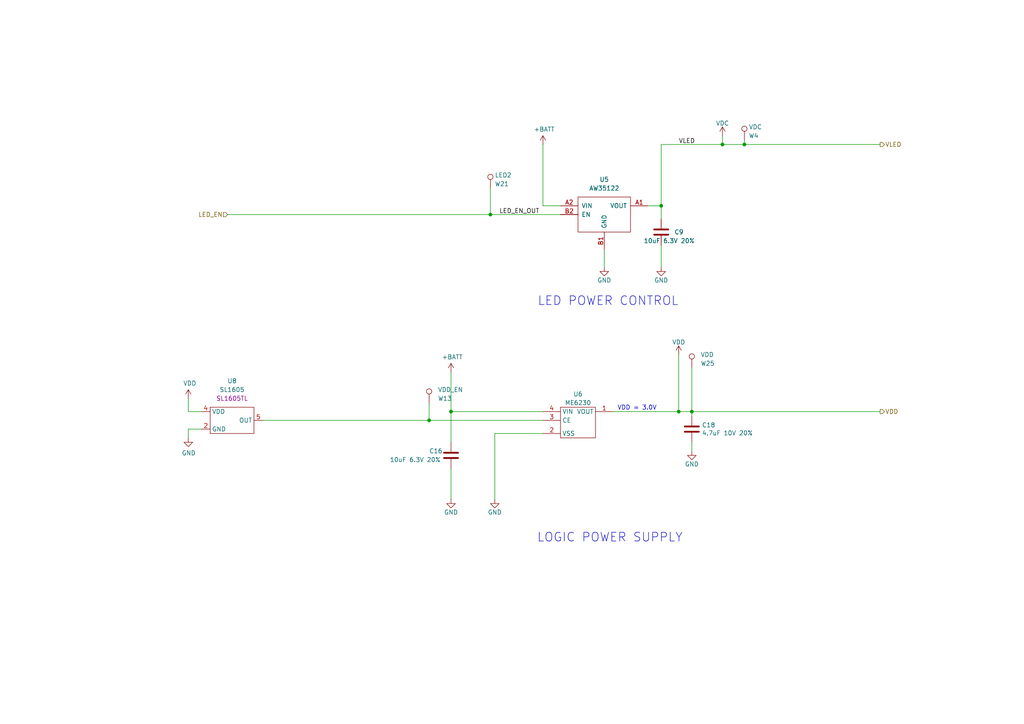
<source format=kicad_sch>
(kicad_sch (version 20250114) (generator "eeschema") (generator_version "9.0")
  (paper "A4")
  (title_block (title "Pixels D20 Schematic, Main") (date "2022-08-26") (rev "13") (company "Systemic Games, LLC") (comment 1 "Power Regulation"))
  (lib_symbols
    (symbol "Device:C" (pin_numbers (hide yes)) (pin_names (offset 0.254))
      (property "Reference" "C" (at 0.635 2.54 0))
      (property "Value" "C" (at 0.635 -2.54 0))
      (symbol "C_0_1"
        (polyline (pts (xy -2.032 0.762) (xy 2.032 0.762)) (stroke (width 0.508)))
        (polyline (pts (xy -2.032 -0.762) (xy 2.032 -0.762)) (stroke (width 0.508)))
      )
      (symbol "C_1_1"
        (pin passive line (at 0 3.81 270) (length 2.794) (name "~") (number "1"))
        (pin passive line (at 0 -3.81 90) (length 2.794) (name "~") (number "2"))
      )
    )
    (symbol "Pixels-dice:AW35122" (pin_names (offset 1.016))
      (property "Reference" "U" (at 6.35 -6.35 0))
      (property "Value" "AW35122" (at 0 6.35 0))
      (symbol "AW35122_0_1"
        (rectangle (start -7.62 5.08) (end 7.62 -5.08))
      )
      (symbol "AW35122_1_1"
        (pin power_in line (at -12.7 2.54 0) (length 5.08) (name "VIN") (number "A2"))
        (pin input line (at -12.7 0 0) (length 5.08) (name "EN") (number "B2"))
        (pin power_in line (at 0 -10.16 90) (length 5.08) (name "GND") (number "B1"))
        (pin power_out line (at 12.7 2.54 180) (length 5.08) (name "VOUT") (number "A1"))
      )
    )
    (symbol "Pixels-dice:ME6230-FBP1*1-4"
      (property "Reference" "U" (at 1.778 -6.604 0))
      (symbol "ME6230-FBP1*1-4_0_1"
        (rectangle (start -5.08 3.81) (end 5.08 -5.08))
      )
      (symbol "ME6230-FBP1*1-4_1_1"
        (pin power_in line (at -10.16 2.54 0) (length 5.08) (name "VIN") (number "4"))
        (pin input line (at -10.16 0 0) (length 5.08) (name "CE") (number "3"))
        (pin power_in line (at -10.16 -3.81 0) (length 5.08) (name "VSS") (number "2"))
        (pin power_out line (at 10.16 2.54 180) (length 5.08) (name "VOUT") (number "1"))
      )
    )
    (symbol "Pixels-dice:SL1605"
      (property "Reference" "U" (at 4.064 -5.08 0))
      (property "Value" "SL1605" (at 0 5.588 0))
      (symbol "SL1605_0_1"
        (rectangle (start -6.35 3.81) (end 6.35 -3.81))
      )
      (symbol "SL1605_1_1"
        (pin power_in line (at -8.89 2.54 0) (length 2.54) (name "VDD") (number "4"))
        (pin power_in line (at -8.89 -2.54 0) (length 2.54) (name "GND") (number "2"))
        (pin output line (at 8.89 0 180) (length 2.54) (name "OUT") (number "5"))
      )
    )
    (symbol "Pixels-dice:TEST_1P-conn" (pin_numbers (hide yes)) (pin_names (offset 0.762) (hide yes))
      (property "Reference" "W" (at 0 6.858 0))
      (property "Value" "TEST_1P-conn" (at 0 5.08 0))
      (symbol "TEST_1P-conn_0_1"
        (circle (center 0 3.302) (radius 0.762))
      )
      (symbol "TEST_1P-conn_1_1"
        (pin passive line (at 0 0 90) (length 2.54) (name "1") (number "1"))
      )
    )
    (symbol "power:+BATT" (power) (pin_names (offset 0))
      (property "Value" "+BATT" (at 0 3.556 0))
      (symbol "+BATT_0_1"
        (polyline (pts (xy -0.762 1.27) (xy 0 2.54)))
        (polyline (pts (xy 0 2.54) (xy 0.762 1.27)))
        (polyline (pts (xy 0 0) (xy 0 2.54)))
      )
      (symbol "+BATT_1_1"
        (pin power_in line (at 0 0 90) (length 0) (hide yes) (name "+BATT") (number "1"))
      )
    )
    (symbol "power:GND" (power) (pin_names (offset 0))
      (property "Value" "GND" (at 0 -3.81 0))
      (symbol "GND_0_1"
        (polyline (pts (xy 0 0) (xy 0 -1.27) (xy 1.27 -1.27) (xy 0 -2.54) (xy -1.27 -1.27) (xy 0 -1.27)))
      )
      (symbol "GND_1_1"
        (pin power_in line (at 0 0 270) (length 0) (hide yes) (name "GND") (number "1"))
      )
    )
    (symbol "power:VDC" (power) (pin_names (offset 0))
      (property "Value" "VDC" (at 0 6.35 0))
      (symbol "VDC_0_1"
        (polyline (pts (xy -0.762 1.27) (xy 0 2.54)))
        (polyline (pts (xy 0 2.54) (xy 0.762 1.27)))
        (polyline (pts (xy 0 0) (xy 0 2.54)))
      )
      (symbol "VDC_1_1"
        (pin power_in line (at 0 0 90) (length 0) (hide yes) (name "VDC") (number "1"))
      )
    )
    (symbol "power:VDD" (power) (pin_names (offset 0))
      (property "Value" "VDD" (at 0 3.81 0))
      (symbol "VDD_0_1"
        (polyline (pts (xy -0.762 1.27) (xy 0 2.54)))
        (polyline (pts (xy 0 2.54) (xy 0.762 1.27)))
        (polyline (pts (xy 0 0) (xy 0 2.54)))
      )
      (symbol "VDD_1_1"
        (pin power_in line (at 0 0 90) (length 0) (hide yes) (name "VDD") (number "1"))
      )
    )
  )
  (text "LOGIC POWER SUPPLY" (at 198.12 157.48 0) (effects (font (size 2.54 2.54)) (justify right bottom)))
  (text "LED POWER CONTROL" (at 196.85 88.9 0) (effects (font (size 2.54 2.54)) (justify right bottom)))
  (text "VDD = 3.0V" (at 190.5 119.126 0) (effects (font (size 1.27 1.27)) (justify right bottom)))
  (junction (at 142.24 62.23))
  (junction (at 209.55 41.91))
  (junction (at 200.66 119.38))
  (junction (at 191.77 59.69))
  (junction (at 124.46 121.92))
  (junction (at 130.81 119.38))
  (junction (at 196.85 119.38))
  (junction (at 215.9 41.91))
  (wire (pts (xy 54.61 124.46) (xy 54.61 127)))
  (wire (pts (xy 200.66 119.38) (xy 200.66 120.65)))
  (wire (pts (xy 215.9 41.91) (xy 209.55 41.91)))
  (wire (pts (xy 130.81 107.95) (xy 130.81 119.38)))
  (wire (pts (xy 76.2 121.92) (xy 124.46 121.92)))
  (wire (pts (xy 124.46 116.84) (xy 124.46 121.92)))
  (wire (pts (xy 255.27 41.91) (xy 215.9 41.91)))
  (wire (pts (xy 175.26 72.39) (xy 175.26 77.47)))
  (wire (pts (xy 200.66 106.68) (xy 200.66 119.38)))
  (wire (pts (xy 66.04 62.23) (xy 142.24 62.23)))
  (wire (pts (xy 157.48 125.73) (xy 143.51 125.73)))
  (wire (pts (xy 196.85 102.87) (xy 196.85 119.38)))
  (wire (pts (xy 124.46 121.92) (xy 157.48 121.92)))
  (wire (pts (xy 200.66 119.38) (xy 255.27 119.38)))
  (wire (pts (xy 191.77 63.5) (xy 191.77 59.69)))
  (wire (pts (xy 209.55 41.91) (xy 191.77 41.91)))
  (wire (pts (xy 162.56 59.69) (xy 157.48 59.69)))
  (wire (pts (xy 143.51 125.73) (xy 143.51 144.78)))
  (wire (pts (xy 58.42 124.46) (xy 54.61 124.46)))
  (wire (pts (xy 142.24 62.23) (xy 162.56 62.23)))
  (wire (pts (xy 209.55 39.37) (xy 209.55 41.91)))
  (wire (pts (xy 54.61 119.38) (xy 58.42 119.38)))
  (wire (pts (xy 196.85 119.38) (xy 200.66 119.38)))
  (wire (pts (xy 187.96 59.69) (xy 191.77 59.69)))
  (wire (pts (xy 157.48 41.91) (xy 157.48 59.69)))
  (wire (pts (xy 200.66 128.27) (xy 200.66 130.81)))
  (wire (pts (xy 142.24 54.61) (xy 142.24 62.23)))
  (wire (pts (xy 54.61 115.57) (xy 54.61 119.38)))
  (wire (pts (xy 191.77 41.91) (xy 191.77 59.69)))
  (wire (pts (xy 130.81 119.38) (xy 157.48 119.38)))
  (wire (pts (xy 191.77 71.12) (xy 191.77 77.47)))
  (wire (pts (xy 130.81 119.38) (xy 130.81 128.27)))
  (wire (pts (xy 130.81 135.89) (xy 130.81 144.78)))
  (wire (pts (xy 215.9 40.64) (xy 215.9 41.91)))
  (wire (pts (xy 177.8 119.38) (xy 196.85 119.38)))
  (label "VLED" (at 196.85 41.91 0))
  (label "LED_EN_OUT" (at 144.78 62.23 0))
  (hierarchical_label "LED_EN" (shape input) (at 66.04 62.23 180))
  (hierarchical_label "VDD" (shape output) (at 255.27 119.38 0))
  (hierarchical_label "VLED" (shape output) (at 255.27 41.91 0))
  (symbol (lib_id "Pixels-dice:TEST_1P-conn") (at 142.24 54.61 0) (unit 1) (in_bom no)
    (property "Reference" "W21" (at 143.51 53.34 0) (effects (justify left)))
    (property "Value" "LED2" (at 143.51 50.8 0) (effects (justify left)))
    (property "Footprint" "Pixels-dice:TEST_PIN" (effects (hide yes)))
    (property "Generic OK" "N/A" (effects (hide yes)))
  )
  (symbol (lib_id "power:+BATT") (at 157.48 41.91 0) (unit 1)
    (property "Reference" "#PWR033" (effects (hide yes)))
    (property "Value" "+BATT" (at 157.861 37.5158 0))
  )
  (symbol (lib_id "Device:C") (at 200.66 124.46 0) (unit 1)
    (property "Reference" "C18" (at 203.581 123.2916 0) (effects (justify left)))
    (property "Value" "4.7uF 10V 20%" (at 203.581 125.603 0) (effects (justify left)))
    (property "Footprint" "Pixels-dice:C_0402_1005Metric" (effects (hide yes)))
    (property "Generic OK" "YES" (effects (hide yes)))
    (property "Manufacturer" "Murata" (effects (hide yes)))
    (property "Part Number" "GRM155R61A475MEAAJ" (effects (hide yes)))
    (property "Alternate Manufacturer" "Samsung Electro-Mechanics" (effects (hide yes)))
    (property "Alternate PN" "CL05A475MP5NRNC" (effects (hide yes)))
    (property "Alternate LCSC Part #" "C23733" (effects (hide yes)))
    (property "LCSC Part #" "C1849652" (effects (hide yes)))
  )
  (symbol (lib_id "power:GND") (at 200.66 130.81 0) (unit 1)
    (property "Reference" "#PWR028" (effects (hide yes)))
    (property "Value" "GND" (at 200.66 134.62 0))
  )
  (symbol (lib_id "power:GND") (at 130.81 144.78 0) (unit 1)
    (property "Reference" "#PWR029" (effects (hide yes)))
    (property "Value" "GND" (at 130.81 148.59 0))
  )
  (symbol (lib_id "power:GND") (at 175.26 77.47 0) (unit 1)
    (property "Reference" "#PWR038" (effects (hide yes)))
    (property "Value" "GND" (at 175.26 81.28 0))
  )
  (symbol (lib_id "Device:C") (at 130.81 132.08 0) (unit 1)
    (property "Reference" "C16" (at 124.46 130.81 0) (effects (justify left)))
    (property "Value" "10uF 6.3V 20%" (at 113.03 133.35 0) (effects (justify left)))
    (property "Footprint" "Pixels-dice:C_0402_1005Metric" (effects (hide yes)))
    (property "Generic OK" "YES" (effects (hide yes)))
    (property "Manufacturer" "HRE" (effects (hide yes)))
    (property "Part Number" "CGA0402X5R106M6R3GT" (effects (hide yes)))
    (property "LCSC Part #" "C23692971" (effects (hide yes)))
  )
  (symbol (lib_id "power:+BATT") (at 130.81 107.95 0) (unit 1)
    (property "Reference" "#PWR025" (effects (hide yes)))
    (property "Value" "+BATT" (at 131.191 103.5558 0))
  )
  (symbol (lib_id "Pixels-dice:TEST_1P-conn") (at 200.66 106.68 0) (unit 1) (in_bom no)
    (property "Reference" "W25" (at 203.2 105.41 0) (effects (justify left)))
    (property "Value" "VDD" (at 203.2 102.87 0) (effects (justify left)))
    (property "Footprint" "Pixels-dice:TEST_PIN" (effects (hide yes)))
    (property "Generic OK" "N/A" (effects (hide yes)))
  )
  (symbol (lib_id "Device:C") (at 191.77 67.31 0) (unit 1)
    (property "Reference" "C9" (at 195.58 67.31 0) (effects (justify left)))
    (property "Value" "10uF 6.3V 20%" (at 186.69 69.85 0) (effects (justify left)))
    (property "Footprint" "Pixels-dice:C_0402_1005Metric" (effects (hide yes)))
    (property "Generic OK" "YES" (effects (hide yes)))
    (property "Manufacturer" "HRE" (effects (hide yes)))
    (property "Part Number" "CGA0402X5R106M6R3GT" (effects (hide yes)))
    (property "LCSC Part #" "C23692971" (effects (hide yes)))
  )
  (symbol (lib_id "power:GND") (at 191.77 77.47 0) (unit 1)
    (property "Reference" "#PWR0142" (effects (hide yes)))
    (property "Value" "GND" (at 191.77 81.28 0))
  )
  (symbol (lib_id "power:GND") (at 54.61 127 0) (unit 1)
    (property "Reference" "#PWR045" (effects (hide yes)))
    (property "Value" "GND" (at 54.737 131.3942 0))
  )
  (symbol (lib_id "power:VDC") (at 209.55 39.37 0) (unit 1)
    (property "Reference" "#PWR026" (effects (hide yes)))
    (property "Value" "VDC" (at 209.55 35.7655 0))
  )
  (symbol (lib_id "power:GND") (at 143.51 144.78 0) (unit 1)
    (property "Reference" "#PWR031" (effects (hide yes)))
    (property "Value" "GND" (at 143.51 148.59 0))
  )
  (symbol (lib_id "Pixels-dice:TEST_1P-conn") (at 124.46 116.84 0) (unit 1) (in_bom no)
    (property "Reference" "W13" (at 127 115.57 0) (effects (justify left)))
    (property "Value" "VDD_EN" (at 127 113.03 0) (effects (justify left)))
    (property "Footprint" "Pixels-dice:TEST_PIN" (effects (hide yes)))
    (property "Generic OK" "N/A" (effects (hide yes)))
  )
  (symbol (lib_id "Pixels-dice:ME6230-FBP1*1-4") (at 167.64 121.92 0) (unit 1)
    (property "Reference" "U6" (at 167.64 114.3 0))
    (property "Value" "ME6230" (at 167.64 116.84 0))
    (property "Footprint" "Pixels-dice:FPB1_1-4" (effects (hide yes)))
    (property "Manufacturer" "MICRONE(Nanjing Micro One Elec)" (effects (hide yes)))
    (property "Part Number" "ME6230C30U4AG" (effects (hide yes)))
    (property "Alternate Manufacturer" "ChipLink Tech" (effects (hide yes)))
    (property "Alternate PN" "CL9906A30F4N" (effects (hide yes)))
    (property "Alternate LCSC Part #" "C5297658" (effects (hide yes)))
    (property "LCSC Part #" "C2925772" (effects (hide yes)))
  )
  (symbol (lib_id "Pixels-dice:SL1605") (at 67.31 121.92 0) (unit 1)
    (property "Reference" "U8" (at 67.31 110.49 0))
    (property "Value" "SL1605" (at 67.31 113.03 0))
    (property "Footprint" "Package_TO_SOT_SMD:SOT-553" (effects (hide yes)))
    (property "Manufacturer" "Slkor(SLKORMICRO Elec.)" (effects (hide yes)))
    (property "Part Number" "SL1605TL" (at 67.31 115.57 0))
    (property "LCSC Part #" "C2826474" (effects (hide yes)))
  )
  (symbol (lib_id "power:VDD") (at 54.61 115.57 0) (unit 1)
    (property "Reference" "#PWR044" (effects (hide yes)))
    (property "Value" "VDD" (at 55.0418 111.1758 0))
  )
  (symbol (lib_id "Pixels-dice:TEST_1P-conn") (at 215.9 40.64 0) (unit 1) (in_bom no)
    (property "Reference" "W4" (at 217.17 39.37 0) (effects (justify left)))
    (property "Value" "VDC" (at 217.17 36.83 0) (effects (justify left)))
    (property "Footprint" "Pixels-dice:TEST_PIN" (effects (hide yes)))
    (property "Generic OK" "N/A" (effects (hide yes)))
  )
  (symbol (lib_id "power:VDD") (at 196.85 102.87 0) (unit 1)
    (property "Reference" "#PWR027" (effects (hide yes)))
    (property "Value" "VDD" (at 196.85 99.2655 0))
  )
  (symbol (lib_id "Pixels-dice:AW35122") (at 175.26 62.23 0) (unit 1)
    (property "Reference" "U5" (at 175.26 52.07 0))
    (property "Value" "AW35122" (at 175.26 54.61 0))
    (property "Footprint" "Pixels-dice:AW35122" (effects (hide yes)))
    (property "Manufacturer" "AWINIC(Shanghai Awinic Tech)" (effects (hide yes)))
    (property "Part Number" "AW35122FDR" (effects (hide yes)))
    (property "LCSC Part #" "C5125911" (effects (hide yes)))
  )
)
</source>
